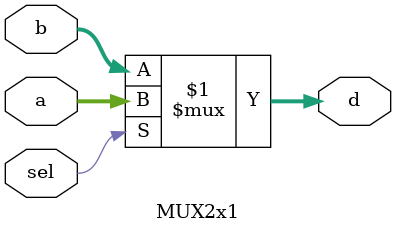
<source format=v>
`timescale 1ns / 1ps
module MUX2x1 #(parameter DATAWIDTH = 8) (a, b, sel, d);
    input [DATAWIDTH - 1 : 0] a, b;
    input sel;
    output [DATAWIDTH - 1 : 0] d;
    
    assign d = sel ? a : b;
endmodule

</source>
